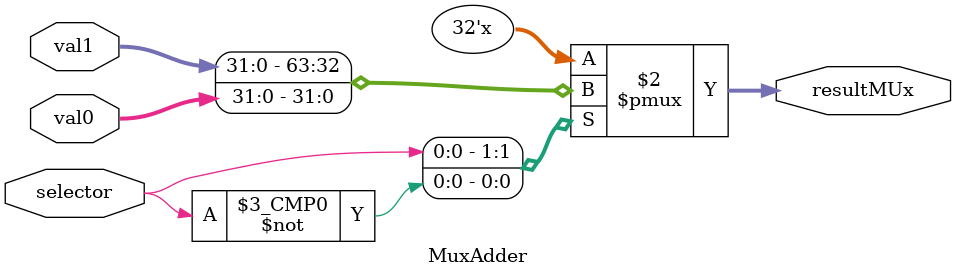
<source format=v>
module MuxAdder(
    input [31:0]val0,
    input [31:0]val1,
    input selector,
    output reg [31:0]resultMUx
);

always @*
    begin
        case(selector)
        1'b1:
            resultMUx=val1;
        1'b0:
            resultMUx=val0;
        endcase
    end
endmodule

</source>
